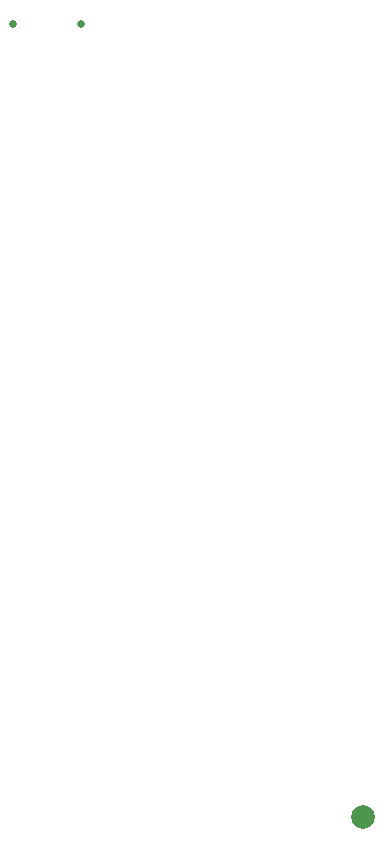
<source format=gbr>
%TF.GenerationSoftware,KiCad,Pcbnew,(5.1.9)-1*%
%TF.CreationDate,2022-05-19T12:20:05-04:00*%
%TF.ProjectId,esp32pcbbot,65737033-3270-4636-9262-6f742e6b6963,rev?*%
%TF.SameCoordinates,Original*%
%TF.FileFunction,NonPlated,1,2,NPTH,Drill*%
%TF.FilePolarity,Positive*%
%FSLAX46Y46*%
G04 Gerber Fmt 4.6, Leading zero omitted, Abs format (unit mm)*
G04 Created by KiCad (PCBNEW (5.1.9)-1) date 2022-05-19 12:20:05*
%MOMM*%
%LPD*%
G01*
G04 APERTURE LIST*
%TA.AperFunction,ComponentDrill*%
%ADD10C,0.650000*%
%TD*%
%TA.AperFunction,ComponentDrill*%
%ADD11C,2.000000*%
%TD*%
G04 APERTURE END LIST*
D10*
%TO.C,USB1*%
X70110000Y-30600000D03*
X75890000Y-30600000D03*
D11*
%TO.C,U4*%
X99750000Y-97750000D03*
M02*

</source>
